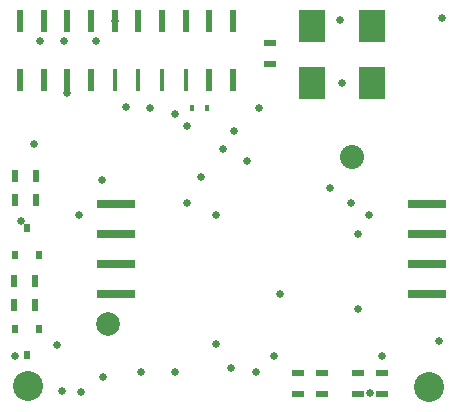
<source format=gbr>
%FSLAX23Y23*%
%MOIN*%
G04 EasyPC Gerber Version 13.0.2 Build 2807 *
%ADD21R,0.01500X0.02000*%
%ADD72R,0.01700X0.07500*%
%ADD27R,0.02000X0.02800*%
%ADD28R,0.02000X0.04000*%
%ADD29R,0.02300X0.07500*%
%ADD25R,0.04000X0.02000*%
%ADD22R,0.13000X0.03000*%
%ADD26R,0.09000X0.11000*%
%ADD73C,0.02500*%
%ADD24C,0.07900*%
%ADD23C,0.08000*%
%ADD20C,0.10000*%
X0Y0D02*
D02*
D20*
X17335Y17420D03*
X18670Y17415D03*
D02*
D21*
X17880Y18345D03*
X17930D03*
D02*
D22*
X17628Y17725D03*
Y17825D03*
Y17925D03*
Y18025D03*
X18665Y17725D03*
Y17825D03*
Y17925D03*
Y18025D03*
D02*
D23*
X18414Y18182D03*
D02*
D24*
X17602Y17625D03*
D02*
D25*
X18141Y18493D03*
Y18562D03*
X18234Y17393D03*
Y17462D03*
X18314Y17393D03*
Y17462D03*
X18434Y17393D03*
Y17462D03*
X18514Y17393D03*
Y17462D03*
D02*
D26*
X18280Y18430D03*
Y18620D03*
X18480Y18430D03*
Y18620D03*
D02*
D27*
X17290Y17608D03*
Y17857D03*
X17330Y17521D03*
Y17944D03*
X17370Y17608D03*
Y17857D03*
D02*
D28*
X17288Y17689D03*
X17288Y17770D03*
X17291Y18038D03*
Y18118D03*
X17357Y17689D03*
X17357Y17770D03*
X17360Y18038D03*
Y18118D03*
D02*
D29*
X17309Y18440D03*
Y18637D03*
X17387Y18440D03*
Y18637D03*
X17466Y18440D03*
Y18637D03*
X17545Y18440D03*
Y18637D03*
X17624D03*
X17702D03*
X17781D03*
X17860D03*
X17939Y18440D03*
Y18637D03*
X18017Y18440D03*
Y18637D03*
D02*
D72*
X17624Y18440D03*
X17702D03*
X17781D03*
X17860D03*
D02*
D73*
X17290Y17520D03*
X17310Y17970D03*
X17355Y18225D03*
X17375Y18570D03*
X17430Y17555D03*
X17448Y17402D03*
X17455Y18570D03*
X17465Y18395D03*
X17505Y17990D03*
X17510Y17400D03*
X17560Y18570D03*
X17580Y18105D03*
X17585Y17450D03*
X17625Y18635D03*
X17660Y18350D03*
X17710Y17465D03*
X17741Y18347D03*
X17823Y17465D03*
Y18327D03*
X17865Y18030D03*
Y18285D03*
X17910Y18115D03*
X17960Y17560D03*
Y17990D03*
X17985Y18210D03*
X18010Y17480D03*
X18020Y18270D03*
X18065Y18170D03*
X18095Y17465D03*
X18105Y18345D03*
X18155Y17520D03*
X18175Y17725D03*
X18340Y18080D03*
X18375Y18640D03*
X18380Y18430D03*
X18410Y18030D03*
X18435Y17675D03*
Y17925D03*
X18470Y17990D03*
X18475Y17395D03*
X18515Y17520D03*
X18705Y17570D03*
X18715Y18645D03*
X0Y0D02*
M02*

</source>
